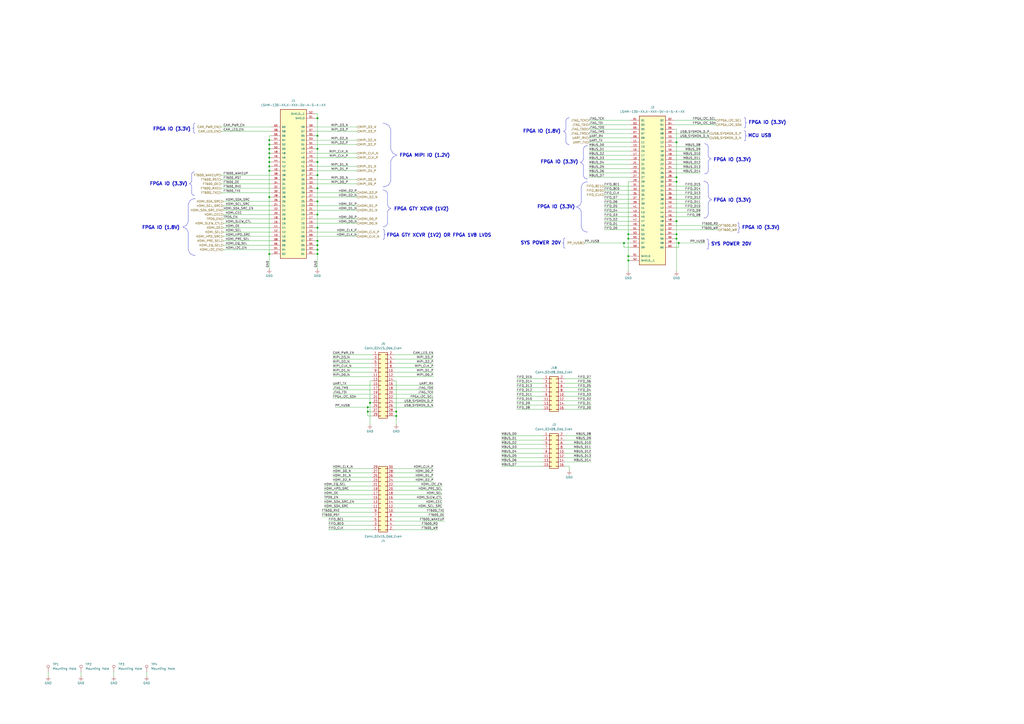
<source format=kicad_sch>
(kicad_sch (version 20231120) (generator "eeschema") (generator_version "8.0")
  (paper "A2")
  (title_block (title "FPGA Module Breakout") (date "2024-09-23") (rev "1.0") (company "Drexel University") (comment 1 "Designed by John Hofmeyr"))
  (lib_symbols
    (symbol "Connector:TestPoint" (pin_numbers hide) (pin_names (offset 0.762) hide)
      (property "Reference" "TP" (at 0 6.858 0))
      (property "Value" "TestPoint" (at 0 5.08 0))
      (symbol "TestPoint_0_1"
        (circle (center 0 3.302) (radius 0.762))
      )
      (symbol "TestPoint_1_1"
        (pin passive line (at 0 0 90) (length 2.54) (name "1") (number "1"))
      )
    )
    (symbol "Connector_Generic:Conn_02x08_Odd_Even" (pin_names (offset 1.016) hide)
      (property "Reference" "J" (at 1.27 10.16 0))
      (property "Value" "Conn_02x08_Odd_Even" (at 1.27 -12.7 0))
      (symbol "Conn_02x08_Odd_Even_1_1"
        (rectangle (start -1.27 -10.033) (end 0 -10.287) (stroke (width 0.1524)))
        (rectangle (start -1.27 -7.493) (end 0 -7.747) (stroke (width 0.1524)))
        (rectangle (start -1.27 -4.953) (end 0 -5.207) (stroke (width 0.1524)))
        (rectangle (start -1.27 -2.413) (end 0 -2.667) (stroke (width 0.1524)))
        (rectangle (start -1.27 0.127) (end 0 -0.127) (stroke (width 0.1524)))
        (rectangle (start -1.27 2.667) (end 0 2.413) (stroke (width 0.1524)))
        (rectangle (start -1.27 5.207) (end 0 4.953) (stroke (width 0.1524)))
        (rectangle (start -1.27 7.747) (end 0 7.493) (stroke (width 0.1524)))
        (rectangle (start -1.27 8.89) (end 3.81 -11.43) (stroke (width 0.254)) (fill (type background)))
        (rectangle (start 3.81 -10.033) (end 2.54 -10.287) (stroke (width 0.1524)))
        (rectangle (start 3.81 -7.493) (end 2.54 -7.747) (stroke (width 0.1524)))
        (rectangle (start 3.81 -4.953) (end 2.54 -5.207) (stroke (width 0.1524)))
        (rectangle (start 3.81 -2.413) (end 2.54 -2.667) (stroke (width 0.1524)))
        (rectangle (start 3.81 0.127) (end 2.54 -0.127) (stroke (width 0.1524)))
        (rectangle (start 3.81 2.667) (end 2.54 2.413) (stroke (width 0.1524)))
        (rectangle (start 3.81 5.207) (end 2.54 4.953) (stroke (width 0.1524)))
        (rectangle (start 3.81 7.747) (end 2.54 7.493) (stroke (width 0.1524)))
        (pin passive line (at -5.08 7.62 0) (length 3.81) (name "Pin_1") (number "1"))
        (pin passive line (at 7.62 -2.54 180) (length 3.81) (name "Pin_10") (number "10"))
        (pin passive line (at -5.08 -5.08 0) (length 3.81) (name "Pin_11") (number "11"))
        (pin passive line (at 7.62 -5.08 180) (length 3.81) (name "Pin_12") (number "12"))
        (pin passive line (at -5.08 -7.62 0) (length 3.81) (name "Pin_13") (number "13"))
        (pin passive line (at 7.62 -7.62 180) (length 3.81) (name "Pin_14") (number "14"))
        (pin passive line (at -5.08 -10.16 0) (length 3.81) (name "Pin_15") (number "15"))
        (pin passive line (at 7.62 -10.16 180) (length 3.81) (name "Pin_16") (number "16"))
        (pin passive line (at 7.62 7.62 180) (length 3.81) (name "Pin_2") (number "2"))
        (pin passive line (at -5.08 5.08 0) (length 3.81) (name "Pin_3") (number "3"))
        (pin passive line (at 7.62 5.08 180) (length 3.81) (name "Pin_4") (number "4"))
        (pin passive line (at -5.08 2.54 0) (length 3.81) (name "Pin_5") (number "5"))
        (pin passive line (at 7.62 2.54 180) (length 3.81) (name "Pin_6") (number "6"))
        (pin passive line (at -5.08 0 0) (length 3.81) (name "Pin_7") (number "7"))
        (pin passive line (at 7.62 0 180) (length 3.81) (name "Pin_8") (number "8"))
        (pin passive line (at -5.08 -2.54 0) (length 3.81) (name "Pin_9") (number "9"))
      )
    )
    (symbol "Connector_Generic:Conn_02x15_Odd_Even" (pin_names (offset 1.016) hide)
      (property "Reference" "J" (at 1.27 20.32 0))
      (property "Value" "Conn_02x15_Odd_Even" (at 1.27 -20.32 0))
      (symbol "Conn_02x15_Odd_Even_1_1"
        (rectangle (start -1.27 -17.653) (end 0 -17.907) (stroke (width 0.1524)))
        (rectangle (start -1.27 -15.113) (end 0 -15.367) (stroke (width 0.1524)))
        (rectangle (start -1.27 -12.573) (end 0 -12.827) (stroke (width 0.1524)))
        (rectangle (start -1.27 -10.033) (end 0 -10.287) (stroke (width 0.1524)))
        (rectangle (start -1.27 -7.493) (end 0 -7.747) (stroke (width 0.1524)))
        (rectangle (start -1.27 -4.953) (end 0 -5.207) (stroke (width 0.1524)))
        (rectangle (start -1.27 -2.413) (end 0 -2.667) (stroke (width 0.1524)))
        (rectangle (start -1.27 0.127) (end 0 -0.127) (stroke (width 0.1524)))
        (rectangle (start -1.27 2.667) (end 0 2.413) (stroke (width 0.1524)))
        (rectangle (start -1.27 5.207) (end 0 4.953) (stroke (width 0.1524)))
        (rectangle (start -1.27 7.747) (end 0 7.493) (stroke (width 0.1524)))
        (rectangle (start -1.27 10.287) (end 0 10.033) (stroke (width 0.1524)))
        (rectangle (start -1.27 12.827) (end 0 12.573) (stroke (width 0.1524)))
        (rectangle (start -1.27 15.367) (end 0 15.113) (stroke (width 0.1524)))
        (rectangle (start -1.27 17.907) (end 0 17.653) (stroke (width 0.1524)))
        (rectangle (start -1.27 19.05) (end 3.81 -19.05) (stroke (width 0.254)) (fill (type background)))
        (rectangle (start 3.81 -17.653) (end 2.54 -17.907) (stroke (width 0.1524)))
        (rectangle (start 3.81 -15.113) (end 2.54 -15.367) (stroke (width 0.1524)))
        (rectangle (start 3.81 -12.573) (end 2.54 -12.827) (stroke (width 0.1524)))
        (rectangle (start 3.81 -10.033) (end 2.54 -10.287) (stroke (width 0.1524)))
        (rectangle (start 3.81 -7.493) (end 2.54 -7.747) (stroke (width 0.1524)))
        (rectangle (start 3.81 -4.953) (end 2.54 -5.207) (stroke (width 0.1524)))
        (rectangle (start 3.81 -2.413) (end 2.54 -2.667) (stroke (width 0.1524)))
        (rectangle (start 3.81 0.127) (end 2.54 -0.127) (stroke (width 0.1524)))
        (rectangle (start 3.81 2.667) (end 2.54 2.413) (stroke (width 0.1524)))
        (rectangle (start 3.81 5.207) (end 2.54 4.953) (stroke (width 0.1524)))
        (rectangle (start 3.81 7.747) (end 2.54 7.493) (stroke (width 0.1524)))
        (rectangle (start 3.81 10.287) (end 2.54 10.033) (stroke (width 0.1524)))
        (rectangle (start 3.81 12.827) (end 2.54 12.573) (stroke (width 0.1524)))
        (rectangle (start 3.81 15.367) (end 2.54 15.113) (stroke (width 0.1524)))
        (rectangle (start 3.81 17.907) (end 2.54 17.653) (stroke (width 0.1524)))
        (pin passive line (at -5.08 17.78 0) (length 3.81) (name "Pin_1") (number "1"))
        (pin passive line (at 7.62 7.62 180) (length 3.81) (name "Pin_10") (number "10"))
        (pin passive line (at -5.08 5.08 0) (length 3.81) (name "Pin_11") (number "11"))
        (pin passive line (at 7.62 5.08 180) (length 3.81) (name "Pin_12") (number "12"))
        (pin passive line (at -5.08 2.54 0) (length 3.81) (name "Pin_13") (number "13"))
        (pin passive line (at 7.62 2.54 180) (length 3.81) (name "Pin_14") (number "14"))
        (pin passive line (at -5.08 0 0) (length 3.81) (name "Pin_15") (number "15"))
        (pin passive line (at 7.62 0 180) (length 3.81) (name "Pin_16") (number "16"))
        (pin passive line (at -5.08 -2.54 0) (length 3.81) (name "Pin_17") (number "17"))
        (pin passive line (at 7.62 -2.54 180) (length 3.81) (name "Pin_18") (number "18"))
        (pin passive line (at -5.08 -5.08 0) (length 3.81) (name "Pin_19") (number "19"))
        (pin passive line (at 7.62 17.78 180) (length 3.81) (name "Pin_2") (number "2"))
        (pin passive line (at 7.62 -5.08 180) (length 3.81) (name "Pin_20") (number "20"))
        (pin passive line (at -5.08 -7.62 0) (length 3.81) (name "Pin_21") (number "21"))
        (pin passive line (at 7.62 -7.62 180) (length 3.81) (name "Pin_22") (number "22"))
        (pin passive line (at -5.08 -10.16 0) (length 3.81) (name "Pin_23") (number "23"))
        (pin passive line (at 7.62 -10.16 180) (length 3.81) (name "Pin_24") (number "24"))
        (pin passive line (at -5.08 -12.7 0) (length 3.81) (name "Pin_25") (number "25"))
        (pin passive line (at 7.62 -12.7 180) (length 3.81) (name "Pin_26") (number "26"))
        (pin passive line (at -5.08 -15.24 0) (length 3.81) (name "Pin_27") (number "27"))
        (pin passive line (at 7.62 -15.24 180) (length 3.81) (name "Pin_28") (number "28"))
        (pin passive line (at -5.08 -17.78 0) (length 3.81) (name "Pin_29") (number "29"))
        (pin passive line (at -5.08 15.24 0) (length 3.81) (name "Pin_3") (number "3"))
        (pin passive line (at 7.62 -17.78 180) (length 3.81) (name "Pin_30") (number "30"))
        (pin passive line (at 7.62 15.24 180) (length 3.81) (name "Pin_4") (number "4"))
        (pin passive line (at -5.08 12.7 0) (length 3.81) (name "Pin_5") (number "5"))
        (pin passive line (at 7.62 12.7 180) (length 3.81) (name "Pin_6") (number "6"))
        (pin passive line (at -5.08 10.16 0) (length 3.81) (name "Pin_7") (number "7"))
        (pin passive line (at 7.62 10.16 180) (length 3.81) (name "Pin_8") (number "8"))
        (pin passive line (at -5.08 7.62 0) (length 3.81) (name "Pin_9") (number "9"))
      )
    )
    (symbol "FPGA Module:LSHM-130-XX.X-XXX-DV-A-S-K-XX" (pin_names (offset 1.016))
      (property "Reference" "J" (at -7.62 43.942 0))
      (property "Value" "LSHM-130-XX.X-XXX-DV-A-S-K-XX" (at -7.62 -45.72 0))
      (symbol "LSHM-130-XX.X-XXX-DV-A-S-K-XX_0_0"
        (rectangle (start -7.62 -43.18) (end 7.62 43.18) (stroke (width 0.254)) (fill (type background)))
        (pin passive line (at -12.7 40.64 0) (length 5.08) (name "01") (number "01"))
        (pin passive line (at 12.7 40.64 180) (length 5.08) (name "02") (number "02"))
        (pin passive line (at -12.7 38.1 0) (length 5.08) (name "03") (number "03"))
        (pin passive line (at 12.7 38.1 180) (length 5.08) (name "04") (number "04"))
        (pin passive line (at -12.7 35.56 0) (length 5.08) (name "05") (number "05"))
        (pin passive line (at 12.7 35.56 180) (length 5.08) (name "06") (number "06"))
        (pin passive line (at -12.7 33.02 0) (length 5.08) (name "07") (number "07"))
        (pin passive line (at 12.7 33.02 180) (length 5.08) (name "08") (number "08"))
        (pin passive line (at -12.7 30.48 0) (length 5.08) (name "09") (number "09"))
        (pin passive line (at 12.7 30.48 180) (length 5.08) (name "10") (number "10"))
        (pin passive line (at -12.7 27.94 0) (length 5.08) (name "11") (number "11"))
        (pin passive line (at 12.7 27.94 180) (length 5.08) (name "12") (number "12"))
        (pin passive line (at -12.7 25.4 0) (length 5.08) (name "13") (number "13"))
        (pin passive line (at 12.7 25.4 180) (length 5.08) (name "14") (number "14"))
        (pin passive line (at -12.7 22.86 0) (length 5.08) (name "15") (number "15"))
        (pin passive line (at 12.7 22.86 180) (length 5.08) (name "16") (number "16"))
        (pin passive line (at -12.7 20.32 0) (length 5.08) (name "17") (number "17"))
        (pin passive line (at 12.7 20.32 180) (length 5.08) (name "18") (number "18"))
        (pin passive line (at -12.7 17.78 0) (length 5.08) (name "19") (number "19"))
        (pin passive line (at 12.7 17.78 180) (length 5.08) (name "20") (number "20"))
        (pin passive line (at -12.7 15.24 0) (length 5.08) (name "21") (number "21"))
        (pin passive line (at 12.7 15.24 180) (length 5.08) (name "22") (number "22"))
        (pin passive line (at -12.7 12.7 0) (length 5.08) (name "23") (number "23"))
        (pin passive line (at 12.7 12.7 180) (length 5.08) (name "24") (number "24"))
        (pin passive line (at -12.7 10.16 0) (length 5.08) (name "25") (number "25"))
        (pin passive line (at 12.7 10.16 180) (length 5.08) (name "26") (number "26"))
        (pin passive line (at -12.7 7.62 0) (length 5.08) (name "27") (number "27"))
        (pin passive line (at 12.7 7.62 180) (length 5.08) (name "28") (number "28"))
        (pin passive line (at -12.7 5.08 0) (length 5.08) (name "29") (number "29"))
        (pin passive line (at 12.7 5.08 180) (length 5.08) (name "30") (number "30"))
        (pin passive line (at -12.7 2.54 0) (length 5.08) (name "31") (number "31"))
        (pin passive line (at 12.7 2.54 180) (length 5.08) (name "32") (number "32"))
        (pin passive line (at -12.7 0 0) (length 5.08) (name "33") (number "33"))
        (pin passive line (at 12.7 0 180) (length 5.08) (name "34") (number "34"))
        (pin passive line (at -12.7 -2.54 0) (length 5.08) (name "35") (number "35"))
        (pin passive line (at 12.7 -2.54 180) (length 5.08) (name "36") (number "36"))
        (pin passive line (at -12.7 -5.08 0) (length 5.08) (name "37") (number "37"))
        (pin passive line (at 12.7 -5.08 180) (length 5.08) (name "38") (number "38"))
        (pin passive line (at -12.7 -7.62 0) (length 5.08) (name "39") (number "39"))
        (pin passive line (at 12.7 -7.62 180) (length 5.08) (name "40") (number "40"))
        (pin passive line (at -12.7 -10.16 0) (length 5.08) (name "41") (number "41"))
        (pin passive line (at 12.7 -10.16 180) (length 5.08) (name "42") (number "42"))
        (pin passive line (at -12.7 -12.7 0) (length 5.08) (name "43") (number "43"))
        (pin passive line (at 12.7 -12.7 180) (length 5.08) (name "44") (number "44"))
        (pin passive line (at -12.7 -15.24 0) (length 5.08) (name "45") (number "45"))
        (pin passive line (at 12.7 -15.24 180) (length 5.08) (name "46") (number "46"))
        (pin passive line (at -12.7 -17.78 0) (length 5.08) (name "47") (number "47"))
        (pin passive line (at 12.7 -17.78 180) (length 5.08) (name "48") (number "48"))
        (pin passive line (at -12.7 -20.32 0) (length 5.08) (name "49") (number "49"))
        (pin passive line (at 12.7 -20.32 180) (length 5.08) (name "50") (number "50"))
        (pin passive line (at -12.7 -22.86 0) (length 5.08) (name "51") (number "51"))
        (pin passive line (at 12.7 -22.86 180) (length 5.08) (name "52") (number "52"))
        (pin passive line (at -12.7 -25.4 0) (length 5.08) (name "53") (number "53"))
        (pin passive line (at 12.7 -25.4 180) (length 5.08) (name "54") (number "54"))
        (pin passive line (at -12.7 -27.94 0) (length 5.08) (name "55") (number "55"))
        (pin passive line (at 12.7 -27.94 180) (length 5.08) (name "56") (number "56"))
        (pin passive line (at -12.7 -30.48 0) (length 5.08) (name "57") (number "57"))
        (pin passive line (at 12.7 -30.48 180) (length 5.08) (name "58") (number "58"))
        (pin passive line (at -12.7 -33.02 0) (length 5.08) (name "59") (number "59"))
        (pin passive line (at 12.7 -33.02 180) (length 5.08) (name "60") (number "60"))
        (pin passive line (at -12.7 -38.1 0) (length 5.08) (name "SHIELD") (number "S1"))
        (pin passive line (at -12.7 -40.64 0) (length 5.08) (name "SHIELD__1") (number "S2"))
      )
    )
    (symbol "power:GND" (power) (pin_numbers hide) (pin_names (offset 0) hide)
      (property "Value" "GND" (at 0 -3.81 0))
      (symbol "GND_0_1"
        (polyline (pts (xy -0.635 -1.905) (xy 0.635 -1.905)))
        (polyline (pts (xy -0.127 -2.54) (xy 0.127 -2.54)))
        (polyline (pts (xy 0 -1.27) (xy 0 0)))
        (polyline (pts (xy 1.27 -1.27) (xy -1.27 -1.27)))
      )
      (symbol "GND_1_1"
        (pin power_in line (at 0 0 270) (length 0) (name "~") (number "1"))
      )
    )
  )
  (junction (at 184.15 142.24))
  (junction (at 184.15 68.58))
  (junction (at 392.43 102.87))
  (junction (at 184.15 124.46))
  (junction (at 184.15 101.6))
  (junction (at 156.21 114.3))
  (junction (at 156.21 86.36))
  (junction (at 184.15 132.08))
  (junction (at 156.21 96.52))
  (junction (at 392.43 135.89))
  (junction (at 156.21 81.28))
  (junction (at 184.15 109.22))
  (junction (at 214.63 233.68))
  (junction (at 156.21 93.98))
  (junction (at 184.15 116.84))
  (junction (at 184.15 86.36))
  (junction (at 184.15 78.74))
  (junction (at 184.15 139.7))
  (junction (at 156.21 147.32))
  (junction (at 213.36 238.76))
  (junction (at 392.43 82.55))
  (junction (at 184.15 147.32))
  (junction (at 229.87 238.76))
  (junction (at 361.95 140.97))
  (junction (at 392.43 128.27))
  (junction (at 393.7 140.97))
  (junction (at 392.43 105.41))
  (junction (at 156.21 88.9))
  (junction (at 213.36 236.22))
  (junction (at 184.15 144.78))
  (junction (at 364.49 148.59))
  (junction (at 229.87 241.3))
  (junction (at 184.15 93.98))
  (junction (at 392.43 138.43))
  (junction (at 364.49 138.43))
  (junction (at 364.49 135.89))
  (junction (at 364.49 151.13))
  (junction (at 156.21 99.06))
  (junction (at 156.21 91.44))
  (junction (at 156.21 83.82))
  (wire (pts (xy 415.29 69.85) (xy 391.16 69.85)))
  (wire (pts (xy 257.81 297.18) (xy 228.6 297.18)))
  (wire (pts (xy 228.6 220.98) (xy 229.87 220.98)))
  (wire (pts (xy 129.54 119.38) (xy 157.48 119.38)))
  (wire (pts (xy 342.9 219.71) (xy 327.66 219.71)))
  (wire (pts (xy 128.27 76.2) (xy 157.48 76.2)))
  (wire (pts (xy 341.63 100.33) (xy 365.76 100.33)))
  (wire (pts (xy 182.88 81.28) (xy 207.01 81.28)))
  (wire (pts (xy 406.4 87.63) (xy 391.16 87.63)))
  (wire (pts (xy 342.9 222.25) (xy 327.66 222.25)))
  (wire (pts (xy 215.9 274.32) (xy 193.04 274.32)))
  (wire (pts (xy 228.6 215.9) (xy 251.46 215.9)))
  (wire (pts (xy 182.88 73.66) (xy 207.01 73.66)))
  (wire (pts (xy 182.88 96.52) (xy 207.01 96.52)))
  (wire (pts (xy 341.63 77.47) (xy 365.76 77.47)))
  (wire (pts (xy 128.27 104.14) (xy 157.48 104.14)))
  (wire (pts (xy 342.9 232.41) (xy 327.66 232.41)))
  (wire (pts (xy 156.21 83.82) (xy 156.21 86.36)))
  (wire (pts (xy 207.01 129.54) (xy 182.88 129.54)))
  (wire (pts (xy 156.21 99.06) (xy 156.21 114.3)))
  (wire (pts (xy 215.9 241.3) (xy 213.36 241.3)))
  (wire (pts (xy 184.15 147.32) (xy 184.15 144.78)))
  (wire (pts (xy 187.96 289.56) (xy 215.9 289.56)))
  (wire (pts (xy 128.27 101.6) (xy 157.48 101.6)))
  (wire (pts (xy 187.96 294.64) (xy 215.9 294.64)))
  (wire (pts (xy 290.83 262.89) (xy 314.96 262.89)))
  (wire (pts (xy 214.63 233.68) (xy 214.63 246.38)))
  (wire (pts (xy 341.63 72.39) (xy 365.76 72.39)))
  (wire (pts (xy 392.43 82.55) (xy 392.43 102.87)))
  (wire (pts (xy 391.16 133.35) (xy 416.56 133.35)))
  (wire (pts (xy 330.2 270.51) (xy 330.2 273.05)))
  (wire (pts (xy 364.49 135.89) (xy 365.76 135.89)))
  (wire (pts (xy 128.27 109.22) (xy 157.48 109.22)))
  (wire (pts (xy 391.16 143.51) (xy 393.7 143.51)))
  (wire (pts (xy 391.16 77.47) (xy 411.48 77.47)))
  (wire (pts (xy 361.95 140.97) (xy 365.76 140.97)))
  (wire (pts (xy 391.16 138.43) (xy 392.43 138.43)))
  (wire (pts (xy 207.01 121.92) (xy 182.88 121.92)))
  (wire (pts (xy 207.01 111.76) (xy 182.88 111.76)))
  (wire (pts (xy 156.21 81.28) (xy 156.21 83.82)))
  (wire (pts (xy 182.88 88.9) (xy 207.01 88.9)))
  (wire (pts (xy 156.21 147.32) (xy 157.48 147.32)))
  (wire (pts (xy 314.96 222.25) (xy 299.72 222.25)))
  (wire (pts (xy 128.27 73.66) (xy 157.48 73.66)))
  (wire (pts (xy 391.16 80.01) (xy 411.48 80.01)))
  (wire (pts (xy 182.88 139.7) (xy 184.15 139.7)))
  (wire (pts (xy 215.9 218.44) (xy 193.04 218.44)))
  (wire (pts (xy 184.15 93.98) (xy 184.15 86.36)))
  (wire (pts (xy 156.21 86.36) (xy 157.48 86.36)))
  (wire (pts (xy 156.21 99.06) (xy 157.48 99.06)))
  (wire (pts (xy 182.88 142.24) (xy 184.15 142.24)))
  (wire (pts (xy 182.88 109.22) (xy 184.15 109.22)))
  (wire (pts (xy 215.9 231.14) (xy 193.04 231.14)))
  (wire (pts (xy 182.88 99.06) (xy 207.01 99.06)))
  (wire (pts (xy 350.52 123.19) (xy 365.76 123.19)))
  (wire (pts (xy 213.36 241.3) (xy 213.36 238.76)))
  (wire (pts (xy 228.6 210.82) (xy 251.46 210.82)))
  (wire (pts (xy 341.63 80.01) (xy 365.76 80.01)))
  (wire (pts (xy 350.52 118.11) (xy 365.76 118.11)))
  (wire (pts (xy 182.88 116.84) (xy 184.15 116.84)))
  (wire (pts (xy 365.76 107.95) (xy 350.52 107.95)))
  (wire (pts (xy 391.16 113.03) (xy 406.4 113.03)))
  (wire (pts (xy 391.16 102.87) (xy 392.43 102.87)))
  (wire (pts (xy 215.9 210.82) (xy 193.04 210.82)))
  (wire (pts (xy 190.5 307.34) (xy 215.9 307.34)))
  (wire (pts (xy 392.43 74.93) (xy 392.43 82.55)))
  (wire (pts (xy 156.21 93.98) (xy 156.21 96.52)))
  (wire (pts (xy 129.54 134.62) (xy 157.48 134.62)))
  (wire (pts (xy 342.9 227.33) (xy 327.66 227.33)))
  (wire (pts (xy 184.15 101.6) (xy 184.15 109.22)))
  (wire (pts (xy 215.9 215.9) (xy 193.04 215.9)))
  (wire (pts (xy 184.15 86.36) (xy 184.15 78.74)))
  (wire (pts (xy 215.9 220.98) (xy 214.63 220.98)))
  (wire (pts (xy 129.54 129.54) (xy 157.48 129.54)))
  (wire (pts (xy 129.54 121.92) (xy 157.48 121.92)))
  (wire (pts (xy 342.9 265.43) (xy 327.66 265.43)))
  (wire (pts (xy 66.04 389.89) (xy 66.04 392.43)))
  (wire (pts (xy 184.15 116.84) (xy 184.15 109.22)))
  (wire (pts (xy 256.54 287.02) (xy 228.6 287.02)))
  (wire (pts (xy 256.54 281.94) (xy 228.6 281.94)))
  (wire (pts (xy 228.6 233.68) (xy 251.46 233.68)))
  (wire (pts (xy 182.88 101.6) (xy 184.15 101.6)))
  (wire (pts (xy 392.43 128.27) (xy 392.43 135.89)))
  (wire (pts (xy 406.4 85.09) (xy 391.16 85.09)))
  (wire (pts (xy 215.9 213.36) (xy 193.04 213.36)))
  (wire (pts (xy 182.88 106.68) (xy 207.01 106.68)))
  (wire (pts (xy 391.16 123.19) (xy 406.4 123.19)))
  (wire (pts (xy 128.27 106.68) (xy 157.48 106.68)))
  (wire (pts (xy 406.4 90.17) (xy 391.16 90.17)))
  (wire (pts (xy 214.63 233.68) (xy 215.9 233.68)))
  (wire (pts (xy 314.96 232.41) (xy 299.72 232.41)))
  (wire (pts (xy 129.54 116.84) (xy 157.48 116.84)))
  (wire (pts (xy 129.54 144.78) (xy 157.48 144.78)))
  (wire (pts (xy 182.88 86.36) (xy 184.15 86.36)))
  (wire (pts (xy 391.16 82.55) (xy 392.43 82.55)))
  (wire (pts (xy 391.16 140.97) (xy 393.7 140.97)))
  (wire (pts (xy 194.31 236.22) (xy 213.36 236.22)))
  (wire (pts (xy 228.6 223.52) (xy 251.46 223.52)))
  (wire (pts (xy 415.29 72.39) (xy 391.16 72.39)))
  (wire (pts (xy 207.01 134.62) (xy 182.88 134.62)))
  (wire (pts (xy 182.88 91.44) (xy 207.01 91.44)))
  (wire (pts (xy 364.49 148.59) (xy 365.76 148.59)))
  (wire (pts (xy 342.9 260.35) (xy 327.66 260.35)))
  (wire (pts (xy 156.21 88.9) (xy 156.21 91.44)))
  (wire (pts (xy 182.88 68.58) (xy 184.15 68.58)))
  (wire (pts (xy 290.83 257.81) (xy 314.96 257.81)))
  (wire (pts (xy 364.49 151.13) (xy 364.49 157.48)))
  (wire (pts (xy 156.21 114.3) (xy 156.21 147.32)))
  (wire (pts (xy 392.43 102.87) (xy 392.43 105.41)))
  (wire (pts (xy 341.63 92.71) (xy 365.76 92.71)))
  (wire (pts (xy 207.01 114.3) (xy 182.88 114.3)))
  (wire (pts (xy 187.96 284.48) (xy 215.9 284.48)))
  (wire (pts (xy 364.49 135.89) (xy 364.49 105.41)))
  (wire (pts (xy 364.49 138.43) (xy 364.49 135.89)))
  (wire (pts (xy 182.88 104.14) (xy 207.01 104.14)))
  (wire (pts (xy 406.4 95.25) (xy 391.16 95.25)))
  (wire (pts (xy 391.16 105.41) (xy 392.43 105.41)))
  (wire (pts (xy 129.54 132.08) (xy 157.48 132.08)))
  (wire (pts (xy 342.9 224.79) (xy 327.66 224.79)))
  (wire (pts (xy 342.9 252.73) (xy 327.66 252.73)))
  (wire (pts (xy 156.21 86.36) (xy 156.21 88.9)))
  (wire (pts (xy 257.81 302.26) (xy 228.6 302.26)))
  (wire (pts (xy 182.88 132.08) (xy 184.15 132.08)))
  (wire (pts (xy 391.16 74.93) (xy 392.43 74.93)))
  (wire (pts (xy 182.88 124.46) (xy 184.15 124.46)))
  (wire (pts (xy 392.43 105.41) (xy 392.43 128.27)))
  (wire (pts (xy 392.43 138.43) (xy 392.43 157.48)))
  (wire (pts (xy 228.6 279.4) (xy 251.46 279.4)))
  (wire (pts (xy 215.9 205.74) (xy 193.04 205.74)))
  (wire (pts (xy 364.49 151.13) (xy 364.49 148.59)))
  (wire (pts (xy 46.99 389.89) (xy 46.99 392.43)))
  (wire (pts (xy 187.96 292.1) (xy 215.9 292.1)))
  (wire (pts (xy 187.96 287.02) (xy 215.9 287.02)))
  (wire (pts (xy 391.16 125.73) (xy 406.4 125.73)))
  (wire (pts (xy 228.6 274.32) (xy 251.46 274.32)))
  (wire (pts (xy 314.96 234.95) (xy 299.72 234.95)))
  (wire (pts (xy 290.83 255.27) (xy 314.96 255.27)))
  (wire (pts (xy 341.63 69.85) (xy 365.76 69.85)))
  (wire (pts (xy 392.43 135.89) (xy 392.43 138.43)))
  (wire (pts (xy 290.83 270.51) (xy 314.96 270.51)))
  (wire (pts (xy 182.88 93.98) (xy 184.15 93.98)))
  (wire (pts (xy 341.63 97.79) (xy 365.76 97.79)))
  (wire (pts (xy 350.52 115.57) (xy 365.76 115.57)))
  (wire (pts (xy 393.7 143.51) (xy 393.7 140.97)))
  (wire (pts (xy 364.49 148.59) (xy 364.49 138.43)))
  (wire (pts (xy 339.09 140.97) (xy 361.95 140.97)))
  (wire (pts (xy 228.6 218.44) (xy 251.46 218.44)))
  (wire (pts (xy 341.63 90.17) (xy 365.76 90.17)))
  (wire (pts (xy 215.9 208.28) (xy 193.04 208.28)))
  (wire (pts (xy 85.09 389.89) (xy 85.09 392.43)))
  (wire (pts (xy 156.21 147.32) (xy 156.21 156.21)))
  (wire (pts (xy 341.63 74.93) (xy 365.76 74.93)))
  (wire (pts (xy 184.15 93.98) (xy 184.15 101.6)))
  (wire (pts (xy 342.9 262.89) (xy 327.66 262.89)))
  (wire (pts (xy 342.9 267.97) (xy 327.66 267.97)))
  (wire (pts (xy 361.95 143.51) (xy 361.95 140.97)))
  (wire (pts (xy 256.54 289.56) (xy 228.6 289.56)))
  (wire (pts (xy 342.9 229.87) (xy 327.66 229.87)))
  (wire (pts (xy 391.16 110.49) (xy 406.4 110.49)))
  (wire (pts (xy 391.16 128.27) (xy 392.43 128.27)))
  (wire (pts (xy 215.9 302.26) (xy 190.5 302.26)))
  (wire (pts (xy 364.49 138.43) (xy 365.76 138.43)))
  (wire (pts (xy 364.49 105.41) (xy 365.76 105.41)))
  (wire (pts (xy 290.83 265.43) (xy 314.96 265.43)))
  (wire (pts (xy 341.63 85.09) (xy 365.76 85.09)))
  (wire (pts (xy 228.6 208.28) (xy 251.46 208.28)))
  (wire (pts (xy 256.54 284.48) (xy 228.6 284.48)))
  (wire (pts (xy 228.6 231.14) (xy 251.46 231.14)))
  (wire (pts (xy 156.21 81.28) (xy 157.48 81.28)))
  (wire (pts (xy 184.15 144.78) (xy 184.15 142.24)))
  (wire (pts (xy 186.69 299.72) (xy 215.9 299.72)))
  (wire (pts (xy 156.21 91.44) (xy 157.48 91.44)))
  (wire (pts (xy 350.52 133.35) (xy 365.76 133.35)))
  (wire (pts (xy 391.16 130.81) (xy 416.56 130.81)))
  (wire (pts (xy 184.15 66.04) (xy 182.88 66.04)))
  (wire (pts (xy 156.21 83.82) (xy 157.48 83.82)))
  (wire (pts (xy 156.21 114.3) (xy 157.48 114.3)))
  (wire (pts (xy 129.54 137.16) (xy 157.48 137.16)))
  (wire (pts (xy 341.63 102.87) (xy 365.76 102.87)))
  (wire (pts (xy 314.96 237.49) (xy 299.72 237.49)))
  (wire (pts (xy 314.96 224.79) (xy 299.72 224.79)))
  (wire (pts (xy 228.6 213.36) (xy 251.46 213.36)))
  (wire (pts (xy 215.9 228.6) (xy 193.04 228.6)))
  (wire (pts (xy 207.01 137.16) (xy 182.88 137.16)))
  (wire (pts (xy 184.15 78.74) (xy 184.15 68.58)))
  (wire (pts (xy 228.6 228.6) (xy 251.46 228.6)))
  (wire (pts (xy 365.76 110.49) (xy 350.52 110.49)))
  (wire (pts (xy 213.36 238.76) (xy 213.36 236.22)))
  (wire (pts (xy 156.21 78.74) (xy 157.48 78.74)))
  (wire (pts (xy 215.9 276.86) (xy 193.04 276.86)))
  (wire (pts (xy 391.16 118.11) (xy 406.4 118.11)))
  (wire (pts (xy 342.9 257.81) (xy 327.66 257.81)))
  (wire (pts (xy 350.52 125.73) (xy 365.76 125.73)))
  (wire (pts (xy 215.9 279.4) (xy 193.04 279.4)))
  (wire (pts (xy 156.21 91.44) (xy 156.21 93.98)))
  (wire (pts (xy 314.96 227.33) (xy 299.72 227.33)))
  (wire (pts (xy 213.36 236.22) (xy 215.9 236.22)))
  (wire (pts (xy 215.9 271.78) (xy 193.04 271.78)))
  (wire (pts (xy 184.15 156.21) (xy 184.15 147.32)))
  (wire (pts (xy 229.87 220.98) (xy 229.87 238.76)))
  (wire (pts (xy 406.4 92.71) (xy 391.16 92.71)))
  (wire (pts (xy 129.54 124.46) (xy 157.48 124.46)))
  (wire (pts (xy 215.9 238.76) (xy 213.36 238.76)))
  (wire (pts (xy 184.15 142.24) (xy 184.15 139.7)))
  (wire (pts (xy 128.27 111.76) (xy 157.48 111.76)))
  (wire (pts (xy 207.01 127) (xy 182.88 127)))
  (wire (pts (xy 228.6 226.06) (xy 251.46 226.06)))
  (wire (pts (xy 215.9 223.52) (xy 193.04 223.52)))
  (wire (pts (xy 184.15 124.46) (xy 184.15 116.84)))
  (wire (pts (xy 290.83 267.97) (xy 314.96 267.97)))
  (wire (pts (xy 290.83 252.73) (xy 314.96 252.73)))
  (wire (pts (xy 342.9 255.27) (xy 327.66 255.27)))
  (wire (pts (xy 256.54 292.1) (xy 228.6 292.1)))
  (wire (pts (xy 156.21 96.52) (xy 156.21 99.06)))
  (wire (pts (xy 129.54 142.24) (xy 157.48 142.24)))
  (wire (pts (xy 228.6 236.22) (xy 251.46 236.22)))
  (wire (pts (xy 364.49 151.13) (xy 365.76 151.13)))
  (wire (pts (xy 341.63 95.25) (xy 365.76 95.25)))
  (wire (pts (xy 228.6 241.3) (xy 229.87 241.3)))
  (wire (pts (xy 228.6 307.34) (xy 254 307.34)))
  (wire (pts (xy 341.63 87.63) (xy 365.76 87.63)))
  (wire (pts (xy 350.52 120.65) (xy 365.76 120.65)))
  (wire (pts (xy 342.9 234.95) (xy 327.66 234.95)))
  (wire (pts (xy 207.01 119.38) (xy 182.88 119.38)))
  (wire (pts (xy 342.9 237.49) (xy 327.66 237.49)))
  (wire (pts (xy 350.52 130.81) (xy 365.76 130.81)))
  (wire (pts (xy 184.15 132.08) (xy 184.15 124.46)))
  (wire (pts (xy 391.16 135.89) (xy 392.43 135.89)))
  (wire (pts (xy 215.9 304.8) (xy 190.5 304.8)))
  (wire (pts (xy 361.95 143.51) (xy 365.76 143.51)))
  (wire (pts (xy 314.96 219.71) (xy 299.72 219.71)))
  (wire (pts (xy 182.88 83.82) (xy 207.01 83.82)))
  (wire (pts (xy 156.21 88.9) (xy 157.48 88.9)))
  (wire (pts (xy 350.52 113.03) (xy 365.76 113.03)))
  (wire (pts (xy 182.88 76.2) (xy 207.01 76.2)))
  (wire (pts (xy 406.4 100.33) (xy 391.16 100.33)))
  (wire (pts (xy 341.63 82.55) (xy 365.76 82.55)))
  (wire (pts (xy 393.7 140.97) (xy 408.94 140.97)))
  (wire (pts (xy 186.69 297.18) (xy 215.9 297.18)))
  (wire (pts (xy 228.6 304.8) (xy 254 304.8)))
  (wire (pts (xy 187.96 281.94) (xy 215.9 281.94)))
  (wire (pts (xy 228.6 276.86) (xy 251.46 276.86)))
  (wire (pts (xy 229.87 238.76) (xy 229.87 241.3)))
  (wire (pts (xy 228.6 271.78) (xy 251.46 271.78)))
  (wire (pts (xy 156.21 93.98) (xy 157.48 93.98)))
  (wire (pts (xy 129.54 127) (xy 157.48 127)))
  (wire (pts (xy 391.16 115.57) (xy 406.4 115.57)))
  (wire (pts (xy 215.9 226.06) (xy 193.04 226.06)))
  (wire (pts (xy 229.87 241.3) (xy 229.87 246.38)))
  (wire (pts (xy 257.81 299.72) (xy 228.6 299.72)))
  (wire (pts (xy 156.21 78.74) (xy 156.21 81.28)))
  (wire (pts (xy 327.66 270.51) (xy 330.2 270.51)))
  (wire (pts (xy 228.6 205.74) (xy 251.46 205.74)))
  (wire (pts (xy 184.15 139.7) (xy 184.15 132.08)))
  (wire (pts (xy 290.83 260.35) (xy 314.96 260.35)))
  (wire (pts (xy 256.54 294.64) (xy 228.6 294.64)))
  (wire (pts (xy 184.15 68.58) (xy 184.15 66.04)))
  (wire (pts (xy 182.88 147.32) (xy 184.15 147.32)))
  (wire (pts (xy 228.6 238.76) (xy 229.87 238.76)))
  (wire (pts (xy 182.88 78.74) (xy 184.15 78.74)))
  (wire (pts (xy 214.63 220.98) (xy 214.63 233.68)))
  (wire (pts (xy 350.52 128.27) (xy 365.76 128.27)))
  (wire (pts (xy 182.88 144.78) (xy 184.15 144.78)))
  (wire (pts (xy 27.94 389.89) (xy 27.94 392.43)))
  (wire (pts (xy 391.16 107.95) (xy 406.4 107.95)))
  (wire (pts (xy 156.21 96.52) (xy 157.48 96.52)))
  (wire (pts (xy 129.54 139.7) (xy 157.48 139.7)))
  (wire (pts (xy 314.96 229.87) (xy 299.72 229.87)))
  (wire (pts (xy 391.16 120.65) (xy 406.4 120.65)))
  (wire (pts (xy 406.4 97.79) (xy 391.16 97.79)))
  (text "FPGA IO (1.8V)" (at 93.345 132.08 0) (effects (font (size 1.905 1.905) (bold yes))))
  (text "FPGA IO (3.3V)" (at 424.815 116.205 0) (effects (font (size 1.905 1.905) (bold yes))))
  (text "{\n" (at 337.185 118.745 0) (effects (font (size 19.05 19.05))))
  (text "{" (at 327.025 140.97 0) (effects (font (size 3.81 3.81))))
  (text "FPGA IO (3.3V)" (at 445.135 71.12 0) (effects (font (size 1.905 1.905) (bold yes))))
  (text "}" (at 428.625 132.08 0) (effects (font (size 3.81 3.81))))
  (text "FPGA GTY XCVR (1V2) OR FPGA 1V8 LVDS" (at 254.635 136.525 0) (effects (font (size 1.905 1.905) (bold yes))))
  (text "{\n" (at 328.295 75.565 0) (effects (font (size 10.16 10.16))))
  (text "}" (at 226.695 88.265 0) (effects (font (size 24.13 24.13))))
  (text "FPGA IO (3.3V)" (at 324.485 93.98 0) (effects (font (size 1.905 1.905) (bold yes))))
  (text "SYS POWER 20V" (at 313.69 140.97 0) (effects (font (size 1.905 1.905) (bold yes))))
  (text "}" (at 224.79 120.015 0) (effects (font (size 13.97 13.97))))
  (text "}" (at 432.435 71.12 0) (effects (font (size 3.81 3.81))))
  (text "FPGA IO (3.3V)" (at 424.815 92.71 0) (effects (font (size 1.905 1.905) (bold yes))))
  (text "{\n" (at 111.125 106.045 0) (effects (font (size 8.89 8.89))))
  (text "FPGA GTY XCVR (1V2)" (at 244.475 121.285 0) (effects (font (size 1.905 1.905) (bold yes))))
  (text "{\n" (at 112.395 74.295 0) (effects (font (size 3.81 3.81))))
  (text "SYS POWER 20V" (at 424.18 141.605 0) (effects (font (size 1.905 1.905) (bold yes))))
  (text "MCU USB" (at 440.69 78.74 0) (effects (font (size 1.905 1.905) (bold yes))))
  (text "}" (at 410.845 114.935 0) (effects (font (size 13.97 13.97))))
  (text "FPGA IO (3.3V)" (at 97.79 106.68 0) (effects (font (size 1.905 1.905) (bold yes))))
  (text "FPGA IO (3.3V)" (at 441.325 132.08 0) (effects (font (size 1.905 1.905) (bold yes))))
  (text "{\n" (at 109.22 130.175 0) (effects (font (size 21.59 21.59))))
  (text "{\n" (at 338.455 93.345 0) (effects (font (size 12.7 12.7))))
  (text "FPGA IO (3.3V)" (at 322.58 120.015 0) (effects (font (size 1.905 1.905) (bold yes))))
  (text "}" (at 222.885 135.89 0) (effects (font (size 3.81 3.81))))
  (text "}" (at 432.435 78.74 0) (effects (font (size 3.81 3.81))))
  (text "FPGA MIPI IO (1.2V)" (at 246.38 90.17 0) (effects (font (size 1.905 1.905) (bold yes))))
  (text "}" (at 410.845 141.605 0) (effects (font (size 3.81 3.81))))
  (text "FPGA IO (3.3V)" (at 99.695 74.93 0) (effects (font (size 1.905 1.905) (bold yes))))
  (text "}" (at 410.845 91.44 0) (effects (font (size 11.43 11.43))))
  (text "FPGA IO (1.8V)" (at 314.325 76.2 0) (effects (font (size 1.905 1.905) (bold yes))))
  (label "GND" (at 184.15 151.13 270))
  (label "MBUS_D0" (at 290.83 252.73 0))
  (label "TPD5_EN" (at 187.96 289.56 0))
  (label "JTAG_TDI" (at 193.04 228.6 0))
  (label "MIPI_CLK_N" (at 201.93 88.9 180))
  (label "TPD5_EN" (at 129.54 127 0))
  (label "MBUS_D7" (at 341.63 102.87 0))
  (label "MBUS_D3" (at 290.83 260.35 0))
  (label "MIPI_D1_P" (at 251.46 215.9 180))
  (label "MIPI_D1_N" (at 193.04 215.9 0))
  (label "FT600_RST" (at 186.69 299.72 0))
  (label "MIPI_CLK_N" (at 193.04 213.36 0))
  (label "UART_TX" (at 341.63 82.55 0))
  (label "FIFO_D14" (at 299.72 222.25 0))
  (label "HDMI_CLK_P" (at 207.01 134.62 180))
  (label "FT600_RD" (at 254 304.8 180))
  (label "FIFO_D4" (at 342.9 227.33 180))
  (label "FIFO_D1" (at 342.9 234.95 180))
  (label "HDMI_D0_P" (at 251.46 274.32 180))
  (label "FT600_OE" (at 257.81 299.72 180))
  (label "CAM_LED_EN" (at 251.46 205.74 180))
  (label "MIPI_D0_N" (at 201.93 104.14 180))
  (label "JTAG_TCK" (at 251.46 228.6 180))
  (label "FIFO_D9" (at 406.4 123.19 180))
  (label "HDMI_CLK_P" (at 251.46 271.78 180))
  (label "HDMI_SDA_SRC" (at 187.96 294.64 0))
  (label "FT600_RST" (at 129.54 104.14 0))
  (label "JTAG_TMS" (at 193.04 226.06 0))
  (label "HDMI_SLEW_CTL" (at 130.81 129.54 0))
  (label "HDMI_D1_P" (at 251.46 276.86 180))
  (label "HDMI_CEC" (at 130.81 124.46 0))
  (label "USB_SYSMON_D_N" (at 251.46 236.22 180))
  (label "FIFO_D8" (at 299.72 237.49 0))
  (label "HDMI_SCL_SRC" (at 256.54 294.64 180))
  (label "HDMI_CLK_N" (at 193.04 271.78 0))
  (label "MBUS_D12" (at 406.4 95.25 180))
  (label "HDMI_EQ_SEL" (at 130.81 142.24 0))
  (label "FT600_RD" (at 416.56 130.81 180))
  (label "MBUS_D13" (at 406.4 97.79 180))
  (label "MBUS_D4" (at 290.83 262.89 0))
  (label "HDMI_SDA_SRC_EN" (at 187.96 292.1 0))
  (label "FIFO_D14" (at 406.4 110.49 180))
  (label "FT600_TXE" (at 129.54 111.76 0))
  (label "MIPI_CLK_P" (at 251.46 213.36 180))
  (label "FIFO_D12" (at 406.4 115.57 180))
  (label "FPGA_I2C_SDA" (at 193.04 231.14 0))
  (label "MBUS_D12" (at 342.9 262.89 180))
  (label "FT600_WAKEUP" (at 257.81 302.26 180))
  (label "MBUS_D3" (at 341.63 92.71 0))
  (label "FPGA_I2C_SCL" (at 415.29 69.85 180))
  (label "MBUS_D14" (at 406.4 100.33 180))
  (label "FIFO_D0" (at 342.9 237.49 180))
  (label "HDMI_SEL" (at 130.81 134.62 0))
  (label "FIFO_D11" (at 406.4 118.11 180))
  (label "FIFO_D6" (at 350.52 118.11 0))
  (label "FT600_RXE" (at 129.54 109.22 0))
  (label "CAM_LED_EN" (at 129.54 76.2 0))
  (label "MIPI_D3_N" (at 201.93 73.66 180))
  (label "MBUS_D5" (at 341.63 97.79 0))
  (label "PP_VUSB" (at 408.94 140.97 180))
  (label "FIFO_D2" (at 342.9 232.41 180))
  (label "CAM_PWR_EN" (at 129.54 73.66 0))
  (label "FIFO_D7" (at 342.9 219.71 180))
  (label "HDMI_D0_P" (at 207.01 127 180))
  (label "FT600_OE" (at 129.54 106.68 0))
  (label "HDMI_D2_P" (at 207.01 111.76 180))
  (label "HDMI_D2_P" (at 251.46 279.4 180))
  (label "MBUS_D11" (at 406.4 92.71 180))
  (label "JTAG_TDI" (at 341.63 72.39 0))
  (label "FPGA_I2C_SDA" (at 415.29 72.39 180))
  (label "FIFO_D3" (at 342.9 229.87 180))
  (label "USB_SYSMON_D_P" (at 411.48 77.47 180))
  (label "MIPI_D0_N" (at 193.04 218.44 0))
  (label "MIPI_D2_P" (at 251.46 210.82 180))
  (label "HDMI_SLEW_CTL" (at 256.54 289.56 180))
  (label "FT600_WAKEUP" (at 129.54 101.6 0))
  (label "FPGA_I2C_SCL" (at 251.46 231.14 180))
  (label "MBUS_D8" (at 342.9 252.73 180))
  (label "FIFO_D9" (at 299.72 234.95 0))
  (label "FIFO_D10" (at 299.72 232.41 0))
  (label "CAM_PWR_EN" (at 193.04 205.74 0))
  (label "FIFO_D3" (at 350.52 125.73 0))
  (label "HDMI_CLK_N" (at 207.01 137.16 180))
  (label "MIPI_D0_P" (at 201.93 106.68 180))
  (label "HDMI_D1_P" (at 207.01 119.38 180))
  (label "MBUS_D2" (at 341.63 90.17 0))
  (label "HDMI_D1_N" (at 193.04 276.86 0))
  (label "HDMI_SEL" (at 256.54 287.02 180))
  (label "HDMI_HPD_SRC" (at 130.81 137.16 0))
  (label "MBUS_D11" (at 342.9 260.35 180))
  (label "MIPI_D3_P" (at 251.46 208.28 180))
  (label "USB_SYSMON_D_N" (at 411.48 80.01 180))
  (label "FIFO_D8" (at 406.4 125.73 180))
  (label "FIFO_BE1" (at 190.5 302.26 0))
  (label "MBUS_D7" (at 290.83 270.51 0))
  (label "UART_RX" (at 251.46 223.52 180))
  (label "MIPI_D3_N" (at 193.04 208.28 0))
  (label "HDMI_D0_N" (at 193.04 274.32 0))
  (label "HDMI_OE" (at 187.96 287.02 0))
  (label "HDMI_D0_N" (at 207.01 129.54 180))
  (label "MIPI_D2_N" (at 201.93 81.28 180))
  (label "HDMI_HPD_SRC" (at 187.96 284.48 0))
  (label "FIFO_D1" (at 350.52 130.81 0))
  (label "FIFO_D4" (at 350.52 123.19 0))
  (label "HDMI_PRE_SEL" (at 130.81 139.7 0))
  (label "MBUS_D9" (at 342.9 255.27 180))
  (label "HDMI_D2_N" (at 207.01 114.3 180))
  (label "MBUS_D10" (at 406.4 90.17 180))
  (label "MBUS_D10" (at 342.9 257.81 180))
  (label "FIFO_D0" (at 350.52 133.35 0))
  (label "HDMI_OE" (at 130.81 132.08 0))
  (label "FIFO_D6" (at 342.9 222.25 180))
  (label "MIPI_D1_P" (at 201.93 99.06 180))
  (label "MIPI_D1_N" (at 201.93 96.52 180))
  (label "JTAG_TCK" (at 341.63 69.85 0))
  (label "FT600_RXE" (at 186.69 297.18 0))
  (label "FIFO_D13" (at 406.4 113.03 180))
  (label "MBUS_D13" (at 342.9 265.43 180))
  (label "HDMI_I2C_EN" (at 130.81 144.78 0))
  (label "HDMI_CEC" (at 256.54 292.1 180))
  (label "MBUS_D14" (at 342.9 267.97 180))
  (label "HDMI_SDA_SRC_EN" (at 129.54 121.92 0))
  (label "HDMI_D1_N" (at 207.01 121.92 180))
  (label "HDMI_PRE_SEL" (at 256.54 284.48 180))
  (label "JTAG_TDO" (at 251.46 226.06 180))
  (label "FIFO_D5" (at 342.9 224.79 180))
  (label "MBUS_D2" (at 290.83 257.81 0))
  (label "GND" (at 156.21 151.13 270))
  (label "MIPI_D2_P" (at 201.93 83.82 180))
  (label "FIFO_D5" (at 350.52 120.65 0))
  (label "FIFO_D7" (at 350.52 115.57 0))
  (label "MIPI_D0_P" (at 251.46 218.44 180))
  (label "HDMI_I2C_EN" (at 256.54 281.94 180))
  (label "FIFO_BE0" (at 350.52 110.49 0))
  (label "MBUS_D5" (at 290.83 265.43 0))
  (label "MBUS_D6" (at 341.63 100.33 0))
  (label "PP_VUSB" (at 194.31 236.22 0))
  (label "FIFO_CLK" (at 190.5 307.34 0))
  (label "MIPI_CLK_P" (at 201.93 91.44 180))
  (label "UART_TX" (at 193.04 223.52 0))
  (label "JTAG_TDO" (at 341.63 74.93 0))
  (label "FT600_WR" (at 254 307.34 180))
  (label "UART_RX" (at 341.63 80.01 0))
  (label "HDMI_EQ_SEL" (at 187.96 281.94 0))
  (label "FT600_TXE" (at 257.81 297.18 180))
  (label "MBUS_D8" (at 406.4 85.09 180))
  (label "FIFO_D12" (at 299.72 227.33 0))
  (label "MIPI_D3_P" (at 201.93 76.2 180))
  (label "FIFO_D10" (at 406.4 120.65 180))
  (label "MIPI_D2_N" (at 193.04 210.82 0))
  (label "HDMI_D2_N" (at 193.04 279.4 0))
  (label "FIFO_CLK" (at 350.52 113.03 0))
  (label "FIFO_D11" (at 299.72 229.87 0))
  (label "USB_SYSMON_D_P" (at 251.46 233.68 180))
  (label "HDMI_SDA_SRC" (at 130.81 116.84 0))
  (label "MBUS_D4" (at 341.63 95.25 0))
  (label "FT600_WR" (at 416.56 133.35 180))
  (label "FIFO_D15" (at 299.72 219.71 0))
  (label "MBUS_D1" (at 290.83 255.27 0))
  (label "FIFO_D2" (at 350.52 128.27 0))
  (label "MBUS_D1" (at 341.63 87.63 0))
  (label "MBUS_D0" (at 341.63 85.09 0))
  (label "PP_VUSB" (at 339.09 140.97 0))
  (label "JTAG_TMS" (at 341.63 77.47 0))
  (label "FIFO_BE0" (at 190.5 304.8 0))
  (label "MBUS_D6" (at 290.83 267.97 0))
  (label "MBUS_D9" (at 406.4 87.63 180))
  (label "FIFO_BE1" (at 350.52 107.95 0))
  (label "FIFO_D13" (at 299.72 224.79 0))
  (label "HDMI_SCL_SRC" (at 130.81 119.38 0))
  (label "FIFO_D15" (at 406.4 107.95 180))
  (hierarchical_label "HDMI_PRE_SEL" (shape input) (at 129.54 139.7 180))
  (hierarchical_label "HDMI_EQ_SEL" (shape input) (at 129.54 142.24 180))
  (hierarchical_label "FIFO_BE1" (shape input) (at 350.52 107.95 180))
  (hierarchical_label "MIPI_D1_N" (shape input) (at 207.01 96.52 0))
  (hierarchical_label "HDMI_D2_P" (shape input) (at 207.01 111.76 0))
  (hierarchical_label "HDMI_D1_P" (shape input) (at 207.01 119.38 0))
  (hierarchical_label "JTAG_TMS" (shape input) (at 341.63 77.47 180))
  (hierarchical_label "HDMI_SLEW_CTL" (shape input) (at 129.54 129.54 180))
  (hierarchical_label "CAM_PWR_EN" (shape input) (at 128.27 73.66 180))
  (hierarchical_label "MIPI_D0_P" (shape input) (at 207.01 106.68 0))
  (hierarchical_label "FT600_RD" (shape input) (at 416.56 130.81 0))
  (hierarchical_label "HDMI_D0_N" (shape input) (at 207.01 129.54 0))
  (hierarchical_label "FT600_RST" (shape input) (at 128.27 104.14 180))
  (hierarchical_label "HDMI_HPD_SRC" (shape input) (at 129.54 137.16 180))
  (hierarchical_label "USB_SYSMON_D_N" (shape input) (at 411.48 80.01 0))
  (hierarchical_label "MIPI_CLK_N" (shape input) (at 207.01 88.9 0))
  (hierarchical_label "FIFO_BE0" (shape input) (at 350.52 110.49 180))
  (hierarchical_label "HDMI_SDA_SRC_EN" (shape input) (at 129.54 121.92 180))
  (hierarchical_label "FPGA_I2C_SCL" (shape input) (at 415.29 69.85 0))
  (hierarchical_label "MIPI_D2_N" (shape input) (at 207.01 81.28 0))
  (hierarchical_label "HDMI_SEL" (shape input) (at 129.54 134.62 180))
  (hierarchical_label "FT600_TXE" (shape input) (at 128.27 111.76 180))
  (hierarchical_label "FT600_WR" (shape input) (at 416.56 133.35 0))
  (hierarchical_label "TPD5_EN" (shape input) (at 129.54 127 180))
  (hierarchical_label "HDMI_SCL_SRC" (shape input) (at 129.54 119.38 180))
  (hierarchical_label "HDMI_OE" (shape input) (at 129.54 132.08 180))
  (hierarchical_label "MIPI_CLK_P" (shape input) (at 207.01 91.44 0))
  (hierarchical_label "MIPI_D2_P" (shape input) (at 207.01 83.82 0))
  (hierarchical_label "HDMI_D1_N" (shape input) (at 207.01 121.92 0))
  (hierarchical_label "USB_SYSMON_D_P" (shape input) (at 411.48 77.47 0))
  (hierarchical_label "HDMI_CLK_P" (shape input) (at 207.01 134.62 0))
  (hierarchical_label "FIFO_CLK" (shape input) (at 350.52 113.03 180))
  (hierarchical_label "HDMI_CLK_N" (shape input) (at 207.01 137.16 0))
  (hierarchical_label "HDMI_D0_P" (shape input) (at 207.01 127 0))
  (hierarchical_label "JTAG_TDO" (shape input) (at 341.63 74.93 180))
  (hierarchical_label "FT600_RXE" (shape input) (at 128.27 109.22 180))
  (hierarchical_label "CAM_LED_EN" (shape input) (at 128.27 76.2 180))
  (hierarchical_label "PP_VUSB" (shape input) (at 339.09 140.97 180))
  (hierarchical_label "FPGA_I2C_SDA" (shape input) (at 415.29 72.39 0))
  (hierarchical_label "FT600_WAKEUP" (shape input) (at 128.27 101.6 180))
  (hierarchical_label "MIPI_D0_N" (shape input) (at 207.01 104.14 0))
  (hierarchical_label "JTAG_TDI" (shape input) (at 341.63 72.39 180))
  (hierarchical_label "JTAG_TCK" (shape input) (at 341.63 69.85 180))
  (hierarchical_label "HDMI_SDA_SRC" (shape input) (at 129.54 116.84 180))
  (hierarchical_label "FT600_OE" (shape input) (at 128.27 106.68 180))
  (hierarchical_label "MIPI_D3_P" (shape input) (at 207.01 76.2 0))
  (hierarchical_label "UART_RX" (shape input) (at 341.63 80.01 180))
  (hierarchical_label "HDMI_I2C_EN" (shape input) (at 129.54 144.78 180))
  (hierarchical_label "HDMI_D2_N" (shape input) (at 207.01 114.3 0))
  (hierarchical_label "UART_TX" (shape input) (at 341.63 82.55 180))
  (hierarchical_label "MIPI_D3_N" (shape input) (at 207.01 73.66 0))
  (hierarchical_label "MIPI_D1_P" (shape input) (at 207.01 99.06 0))
  (hierarchical_label "HDMI_CEC" (shape input) (at 129.54 124.46 180))
  (symbol (lib_id "FPGA Module:LSHM-130-XX.X-XXX-DV-A-S-K-XX") (at 170.18 106.68 180) (unit 1)
    (property "Reference" "J1" (at 170.18 58.42 0))
    (property "Value" "LSHM-130-XX.X-XXX-DV-A-S-K-XX" (at 170.18 60.96 0))
    (property "Footprint" "FPGA Module:SAMTEC_LSHM-130-XX.X-XXX-DV-A-S-K-XX" (effects (hide yes)))
    (property "Datasheet" "https://mm.digikey.com/Volume0/opasdata/d220001/medias/docus/6129/lshm-1xx-xx.x-xxx-dv-a-x-x-xx-mkt.pdf" (effects (hide yes)))
    (property "PARTREV" "G" (effects (hide yes)))
    (property "STANDARD" "Manufacturer Recommendations" (effects (hide yes)))
    (property "MANUFACTURER" "Samtec" (effects (hide yes)))
  )
  (symbol (lib_id "Connector_Generic:Conn_02x15_Odd_Even") (at 220.98 289.56 0) (mirror x) (unit 1)
    (property "Reference" "J4" (at 222.25 313.69 0))
    (property "Value" "Conn_02x15_Odd_Even" (at 222.25 311.15 0))
    (property "Footprint" "Connector_PinHeader_2.54mm:PinHeader_2x15_P2.54mm_Horizontal" (effects (hide yes)))
    (property "Description" "Generic connector, double row, 02x15, odd/even pin numbering scheme (row 1 odd numbers, row 2 even numbers), script generated (kicad-library-utils/schlib/autogen/connector/)" (effects (hide yes)))
  )
  (symbol (lib_id "power:GND") (at 364.49 157.48 0) (unit 1)
    (property "Reference" "#PWR012" (effects (hide yes)))
    (property "Value" "GND" (at 364.49 161.29 0))
    (property "Description" "Power symbol creates a global label with name \"GND\" , ground" (effects (hide yes)))
  )
  (symbol (lib_id "power:GND") (at 46.99 392.43 0) (unit 1)
    (property "Reference" "#PWR06" (effects (hide yes)))
    (property "Value" "GND" (at 46.99 396.24 0))
    (property "Description" "Power symbol creates a global label with name \"GND\" , ground" (effects (hide yes)))
  )
  (symbol (lib_id "power:GND") (at 229.87 246.38 0) (unit 1)
    (property "Reference" "#PWR02" (effects (hide yes)))
    (property "Value" "GND" (at 229.87 250.19 0))
    (property "Description" "Power symbol creates a global label with name \"GND\" , ground" (effects (hide yes)))
  )
  (symbol (lib_id "power:GND") (at 184.15 156.21 0) (unit 1)
    (property "Reference" "#PWR011" (effects (hide yes)))
    (property "Value" "GND" (at 184.15 160.02 0))
    (property "Description" "Power symbol creates a global label with name \"GND\" , ground" (effects (hide yes)))
  )
  (symbol (lib_id "Connector_Generic:Conn_02x08_Odd_Even") (at 320.04 260.35 0) (unit 1)
    (property "Reference" "J3" (at 321.31 246.38 0))
    (property "Value" "Conn_02x08_Odd_Even" (at 321.31 248.92 0))
    (property "Footprint" "Connector_PinHeader_2.54mm:PinHeader_2x08_P2.54mm_Vertical_SMD" (effects (hide yes)))
    (property "Description" "Generic connector, double row, 02x08, odd/even pin numbering scheme (row 1 odd numbers, row 2 even numbers), script generated (kicad-library-utils/schlib/autogen/connector/)" (effects (hide yes)))
  )
  (symbol (lib_id "power:GND") (at 330.2 273.05 0) (unit 1)
    (property "Reference" "#PWR03" (effects (hide yes)))
    (property "Value" "GND" (at 330.2 276.86 0))
    (property "Description" "Power symbol creates a global label with name \"GND\" , ground" (effects (hide yes)))
  )
  (symbol (lib_id "Connector:TestPoint") (at 46.99 389.89 0) (unit 1)
    (property "Reference" "TP2" (at 49.53 385.3179 0) (effects (justify left)))
    (property "Value" "Mounting Hole" (at 49.53 387.8579 0) (effects (justify left)))
    (property "Footprint" "MountingHole:MountingHole_2.2mm_M2_Pad_Via" (effects (hide yes)))
    (property "Description" "test point" (effects (hide yes)))
  )
  (symbol (lib_id "power:GND") (at 156.21 156.21 0) (unit 1)
    (property "Reference" "#PWR010" (effects (hide yes)))
    (property "Value" "GND" (at 156.21 160.02 0))
    (property "Description" "Power symbol creates a global label with name \"GND\" , ground" (effects (hide yes)))
  )
  (symbol (lib_id "FPGA Module:LSHM-130-XX.X-XXX-DV-A-S-K-XX") (at 378.46 110.49 0) (unit 1)
    (property "Reference" "J2" (at 378.46 62.23 0))
    (property "Value" "LSHM-130-XX.X-XXX-DV-A-S-K-XX" (at 378.46 64.77 0))
    (property "Footprint" "FPGA Module:SAMTEC_LSHM-130-XX.X-XXX-DV-A-S-K-XX" (effects (hide yes)))
    (property "Datasheet" "https://mm.digikey.com/Volume0/opasdata/d220001/medias/docus/6129/lshm-1xx-xx.x-xxx-dv-a-x-x-xx-mkt.pdf" (effects (hide yes)))
    (property "PARTREV" "G" (effects (hide yes)))
    (property "STANDARD" "Manufacturer Recommendations" (effects (hide yes)))
    (property "MANUFACTURER" "Samtec" (effects (hide yes)))
  )
  (symbol (lib_id "Connector_Generic:Conn_02x15_Odd_Even") (at 220.98 223.52 0) (unit 1)
    (property "Reference" "J5" (at 222.25 199.39 0))
    (property "Value" "Conn_02x15_Odd_Even" (at 222.25 201.93 0))
    (property "Footprint" "Connector_PinHeader_2.54mm:PinHeader_2x15_P2.54mm_Horizontal" (effects (hide yes)))
    (property "Description" "Generic connector, double row, 02x15, odd/even pin numbering scheme (row 1 odd numbers, row 2 even numbers), script generated (kicad-library-utils/schlib/autogen/connector/)" (effects (hide yes)))
  )
  (symbol (lib_id "Connector:TestPoint") (at 27.94 389.89 0) (unit 1)
    (property "Reference" "TP1" (at 30.48 385.3179 0) (effects (justify left)))
    (property "Value" "Mounting Hole" (at 30.48 387.8579 0) (effects (justify left)))
    (property "Footprint" "MountingHole:MountingHole_2.2mm_M2_Pad_Via" (effects (hide yes)))
    (property "Description" "test point" (effects (hide yes)))
  )
  (symbol (lib_id "power:GND") (at 85.09 392.43 0) (unit 1)
    (property "Reference" "#PWR08" (effects (hide yes)))
    (property "Value" "GND" (at 85.09 396.24 0))
    (property "Description" "Power symbol creates a global label with name \"GND\" , ground" (effects (hide yes)))
  )
  (symbol (lib_id "Connector:TestPoint") (at 66.04 389.89 0) (unit 1)
    (property "Reference" "TP3" (at 68.58 385.3179 0) (effects (justify left)))
    (property "Value" "Mounting Hole" (at 68.58 387.8579 0) (effects (justify left)))
    (property "Footprint" "MountingHole:MountingHole_2.2mm_M2_Pad_Via" (effects (hide yes)))
    (property "Description" "test point" (effects (hide yes)))
  )
  (symbol (lib_id "Connector:TestPoint") (at 85.09 389.89 0) (unit 1)
    (property "Reference" "TP4" (at 87.63 385.3179 0) (effects (justify left)))
    (property "Value" "Mounting Hole" (at 87.63 387.8579 0) (effects (justify left)))
    (property "Footprint" "MountingHole:MountingHole_2.2mm_M2_Pad_Via" (effects (hide yes)))
    (property "Description" "test point" (effects (hide yes)))
  )
  (symbol (lib_id "power:GND") (at 27.94 392.43 0) (unit 1)
    (property "Reference" "#PWR05" (effects (hide yes)))
    (property "Value" "GND" (at 27.94 396.24 0))
    (property "Description" "Power symbol creates a global label with name \"GND\" , ground" (effects (hide yes)))
  )
  (symbol (lib_id "power:GND") (at 392.43 157.48 0) (unit 1)
    (property "Reference" "#PWR013" (effects (hide yes)))
    (property "Value" "GND" (at 392.43 161.29 0))
    (property "Description" "Power symbol creates a global label with name \"GND\" , ground" (effects (hide yes)))
  )
  (symbol (lib_id "Connector_Generic:Conn_02x08_Odd_Even") (at 320.04 227.33 0) (unit 1)
    (property "Reference" "J18" (at 321.31 213.36 0))
    (property "Value" "Conn_02x08_Odd_Even" (at 321.31 215.9 0))
    (property "Footprint" "Connector_PinHeader_2.54mm:PinHeader_2x08_P2.54mm_Vertical_SMD" (effects (hide yes)))
    (property "Description" "Generic connector, double row, 02x08, odd/even pin numbering scheme (row 1 odd numbers, row 2 even numbers), script generated (kicad-library-utils/schlib/autogen/connector/)" (effects (hide yes)))
  )
  (symbol (lib_id "power:GND") (at 66.04 392.43 0) (unit 1)
    (property "Reference" "#PWR07" (effects (hide yes)))
    (property "Value" "GND" (at 66.04 396.24 0))
    (property "Description" "Power symbol creates a global label with name \"GND\" , ground" (effects (hide yes)))
  )
  (symbol (lib_id "power:GND") (at 214.63 246.38 0) (unit 1)
    (property "Reference" "#PWR01" (effects (hide yes)))
    (property "Value" "GND" (at 214.63 250.19 0))
    (property "Description" "Power symbol creates a global label with name \"GND\" , ground" (effects (hide yes)))
  )
)
</source>
